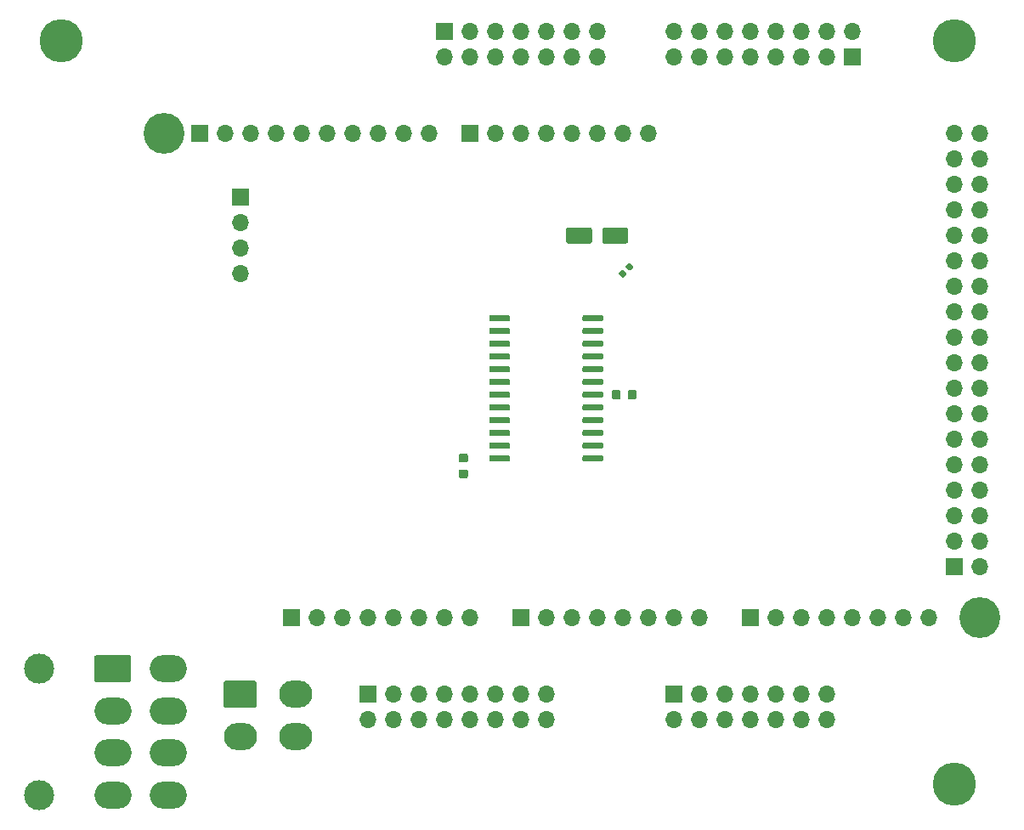
<source format=gbr>
G04 #@! TF.GenerationSoftware,KiCad,Pcbnew,(5.1.4)-1*
G04 #@! TF.CreationDate,2020-12-27T20:28:09-07:00*
G04 #@! TF.ProjectId,ufc_v4_controller,7566635f-7634-45f6-936f-6e74726f6c6c,rev?*
G04 #@! TF.SameCoordinates,Original*
G04 #@! TF.FileFunction,Soldermask,Top*
G04 #@! TF.FilePolarity,Negative*
%FSLAX46Y46*%
G04 Gerber Fmt 4.6, Leading zero omitted, Abs format (unit mm)*
G04 Created by KiCad (PCBNEW (5.1.4)-1) date 2020-12-27 20:28:09*
%MOMM*%
%LPD*%
G04 APERTURE LIST*
%ADD10C,4.300000*%
%ADD11O,3.300000X2.700000*%
%ADD12C,0.100000*%
%ADD13C,2.700000*%
%ADD14O,1.700000X1.700000*%
%ADD15R,1.700000X1.700000*%
%ADD16C,4.064000*%
%ADD17C,1.600000*%
%ADD18C,0.590000*%
%ADD19O,3.700000X2.700000*%
%ADD20C,3.000000*%
%ADD21C,0.875000*%
%ADD22C,0.600000*%
G04 APERTURE END LIST*
D10*
X108378000Y-61636000D03*
X197378000Y-61636000D03*
X197378000Y-135716000D03*
D11*
X131738000Y-130946000D03*
X131738000Y-126746000D03*
X126238000Y-130946000D03*
D12*
G36*
X127662503Y-125397204D02*
G01*
X127686772Y-125400804D01*
X127710570Y-125406765D01*
X127733670Y-125415030D01*
X127755849Y-125425520D01*
X127776892Y-125438133D01*
X127796598Y-125452748D01*
X127814776Y-125469224D01*
X127831252Y-125487402D01*
X127845867Y-125507108D01*
X127858480Y-125528151D01*
X127868970Y-125550330D01*
X127877235Y-125573430D01*
X127883196Y-125597228D01*
X127886796Y-125621497D01*
X127888000Y-125646001D01*
X127888000Y-127845999D01*
X127886796Y-127870503D01*
X127883196Y-127894772D01*
X127877235Y-127918570D01*
X127868970Y-127941670D01*
X127858480Y-127963849D01*
X127845867Y-127984892D01*
X127831252Y-128004598D01*
X127814776Y-128022776D01*
X127796598Y-128039252D01*
X127776892Y-128053867D01*
X127755849Y-128066480D01*
X127733670Y-128076970D01*
X127710570Y-128085235D01*
X127686772Y-128091196D01*
X127662503Y-128094796D01*
X127637999Y-128096000D01*
X124838001Y-128096000D01*
X124813497Y-128094796D01*
X124789228Y-128091196D01*
X124765430Y-128085235D01*
X124742330Y-128076970D01*
X124720151Y-128066480D01*
X124699108Y-128053867D01*
X124679402Y-128039252D01*
X124661224Y-128022776D01*
X124644748Y-128004598D01*
X124630133Y-127984892D01*
X124617520Y-127963849D01*
X124607030Y-127941670D01*
X124598765Y-127918570D01*
X124592804Y-127894772D01*
X124589204Y-127870503D01*
X124588000Y-127845999D01*
X124588000Y-125646001D01*
X124589204Y-125621497D01*
X124592804Y-125597228D01*
X124598765Y-125573430D01*
X124607030Y-125550330D01*
X124617520Y-125528151D01*
X124630133Y-125507108D01*
X124644748Y-125487402D01*
X124661224Y-125469224D01*
X124679402Y-125452748D01*
X124699108Y-125438133D01*
X124720151Y-125425520D01*
X124742330Y-125415030D01*
X124765430Y-125406765D01*
X124789228Y-125400804D01*
X124813497Y-125397204D01*
X124838001Y-125396000D01*
X127637999Y-125396000D01*
X127662503Y-125397204D01*
X127662503Y-125397204D01*
G37*
D13*
X126238000Y-126746000D03*
D14*
X156718000Y-129286000D03*
X156718000Y-126746000D03*
X154178000Y-129286000D03*
X154178000Y-126746000D03*
X151638000Y-129286000D03*
X151638000Y-126746000D03*
X149098000Y-129286000D03*
X149098000Y-126746000D03*
X146558000Y-129286000D03*
X146558000Y-126746000D03*
X144018000Y-129286000D03*
X144018000Y-126746000D03*
X141478000Y-129286000D03*
X141478000Y-126746000D03*
X138938000Y-129286000D03*
D15*
X138938000Y-126746000D03*
X122174000Y-70866000D03*
D14*
X124714000Y-70866000D03*
X127254000Y-70866000D03*
X129794000Y-70866000D03*
X132334000Y-70866000D03*
X134874000Y-70866000D03*
X137414000Y-70866000D03*
X139954000Y-70866000D03*
X142494000Y-70866000D03*
X145034000Y-70866000D03*
X166878000Y-70866000D03*
X164338000Y-70866000D03*
X161798000Y-70866000D03*
X159258000Y-70866000D03*
X156718000Y-70866000D03*
X154178000Y-70866000D03*
X151638000Y-70866000D03*
D15*
X149098000Y-70866000D03*
X197358000Y-114046000D03*
D14*
X199898000Y-114046000D03*
X197358000Y-111506000D03*
X199898000Y-111506000D03*
X197358000Y-108966000D03*
X199898000Y-108966000D03*
X197358000Y-106426000D03*
X199898000Y-106426000D03*
X197358000Y-103886000D03*
X199898000Y-103886000D03*
X197358000Y-101346000D03*
X199898000Y-101346000D03*
X197358000Y-98806000D03*
X199898000Y-98806000D03*
X197358000Y-96266000D03*
X199898000Y-96266000D03*
X197358000Y-93726000D03*
X199898000Y-93726000D03*
X197358000Y-91186000D03*
X199898000Y-91186000D03*
X197358000Y-88646000D03*
X199898000Y-88646000D03*
X197358000Y-86106000D03*
X199898000Y-86106000D03*
X197358000Y-83566000D03*
X199898000Y-83566000D03*
X197358000Y-81026000D03*
X199898000Y-81026000D03*
X197358000Y-78486000D03*
X199898000Y-78486000D03*
X197358000Y-75946000D03*
X199898000Y-75946000D03*
X197358000Y-73406000D03*
X199898000Y-73406000D03*
X197358000Y-70866000D03*
X199898000Y-70866000D03*
D16*
X199898000Y-119126000D03*
X118618000Y-70866000D03*
D15*
X131318000Y-119126000D03*
D14*
X133858000Y-119126000D03*
X136398000Y-119126000D03*
X138938000Y-119126000D03*
X141478000Y-119126000D03*
X144018000Y-119126000D03*
X146558000Y-119126000D03*
X149098000Y-119126000D03*
D15*
X154178000Y-119126000D03*
D14*
X156718000Y-119126000D03*
X159258000Y-119126000D03*
X161798000Y-119126000D03*
X164338000Y-119126000D03*
X166878000Y-119126000D03*
X169418000Y-119126000D03*
X171958000Y-119126000D03*
D15*
X177038000Y-119126000D03*
D14*
X179578000Y-119126000D03*
X182118000Y-119126000D03*
X184658000Y-119126000D03*
X187198000Y-119126000D03*
X189738000Y-119126000D03*
X192278000Y-119126000D03*
X194818000Y-119126000D03*
D12*
G36*
X164672504Y-80227204D02*
G01*
X164696773Y-80230804D01*
X164720571Y-80236765D01*
X164743671Y-80245030D01*
X164765849Y-80255520D01*
X164786893Y-80268133D01*
X164806598Y-80282747D01*
X164824777Y-80299223D01*
X164841253Y-80317402D01*
X164855867Y-80337107D01*
X164868480Y-80358151D01*
X164878970Y-80380329D01*
X164887235Y-80403429D01*
X164893196Y-80427227D01*
X164896796Y-80451496D01*
X164898000Y-80476000D01*
X164898000Y-81576000D01*
X164896796Y-81600504D01*
X164893196Y-81624773D01*
X164887235Y-81648571D01*
X164878970Y-81671671D01*
X164868480Y-81693849D01*
X164855867Y-81714893D01*
X164841253Y-81734598D01*
X164824777Y-81752777D01*
X164806598Y-81769253D01*
X164786893Y-81783867D01*
X164765849Y-81796480D01*
X164743671Y-81806970D01*
X164720571Y-81815235D01*
X164696773Y-81821196D01*
X164672504Y-81824796D01*
X164648000Y-81826000D01*
X162548000Y-81826000D01*
X162523496Y-81824796D01*
X162499227Y-81821196D01*
X162475429Y-81815235D01*
X162452329Y-81806970D01*
X162430151Y-81796480D01*
X162409107Y-81783867D01*
X162389402Y-81769253D01*
X162371223Y-81752777D01*
X162354747Y-81734598D01*
X162340133Y-81714893D01*
X162327520Y-81693849D01*
X162317030Y-81671671D01*
X162308765Y-81648571D01*
X162302804Y-81624773D01*
X162299204Y-81600504D01*
X162298000Y-81576000D01*
X162298000Y-80476000D01*
X162299204Y-80451496D01*
X162302804Y-80427227D01*
X162308765Y-80403429D01*
X162317030Y-80380329D01*
X162327520Y-80358151D01*
X162340133Y-80337107D01*
X162354747Y-80317402D01*
X162371223Y-80299223D01*
X162389402Y-80282747D01*
X162409107Y-80268133D01*
X162430151Y-80255520D01*
X162452329Y-80245030D01*
X162475429Y-80236765D01*
X162499227Y-80230804D01*
X162523496Y-80227204D01*
X162548000Y-80226000D01*
X164648000Y-80226000D01*
X164672504Y-80227204D01*
X164672504Y-80227204D01*
G37*
D17*
X163598000Y-81026000D03*
D12*
G36*
X161072504Y-80227204D02*
G01*
X161096773Y-80230804D01*
X161120571Y-80236765D01*
X161143671Y-80245030D01*
X161165849Y-80255520D01*
X161186893Y-80268133D01*
X161206598Y-80282747D01*
X161224777Y-80299223D01*
X161241253Y-80317402D01*
X161255867Y-80337107D01*
X161268480Y-80358151D01*
X161278970Y-80380329D01*
X161287235Y-80403429D01*
X161293196Y-80427227D01*
X161296796Y-80451496D01*
X161298000Y-80476000D01*
X161298000Y-81576000D01*
X161296796Y-81600504D01*
X161293196Y-81624773D01*
X161287235Y-81648571D01*
X161278970Y-81671671D01*
X161268480Y-81693849D01*
X161255867Y-81714893D01*
X161241253Y-81734598D01*
X161224777Y-81752777D01*
X161206598Y-81769253D01*
X161186893Y-81783867D01*
X161165849Y-81796480D01*
X161143671Y-81806970D01*
X161120571Y-81815235D01*
X161096773Y-81821196D01*
X161072504Y-81824796D01*
X161048000Y-81826000D01*
X158948000Y-81826000D01*
X158923496Y-81824796D01*
X158899227Y-81821196D01*
X158875429Y-81815235D01*
X158852329Y-81806970D01*
X158830151Y-81796480D01*
X158809107Y-81783867D01*
X158789402Y-81769253D01*
X158771223Y-81752777D01*
X158754747Y-81734598D01*
X158740133Y-81714893D01*
X158727520Y-81693849D01*
X158717030Y-81671671D01*
X158708765Y-81648571D01*
X158702804Y-81624773D01*
X158699204Y-81600504D01*
X158698000Y-81576000D01*
X158698000Y-80476000D01*
X158699204Y-80451496D01*
X158702804Y-80427227D01*
X158708765Y-80403429D01*
X158717030Y-80380329D01*
X158727520Y-80358151D01*
X158740133Y-80337107D01*
X158754747Y-80317402D01*
X158771223Y-80299223D01*
X158789402Y-80282747D01*
X158809107Y-80268133D01*
X158830151Y-80255520D01*
X158852329Y-80245030D01*
X158875429Y-80236765D01*
X158899227Y-80230804D01*
X158923496Y-80227204D01*
X158948000Y-80226000D01*
X161048000Y-80226000D01*
X161072504Y-80227204D01*
X161072504Y-80227204D01*
G37*
D17*
X159998000Y-81026000D03*
D12*
G36*
X165020727Y-83777089D02*
G01*
X165035045Y-83779213D01*
X165049086Y-83782730D01*
X165062715Y-83787607D01*
X165075800Y-83793796D01*
X165088216Y-83801237D01*
X165099842Y-83809860D01*
X165110567Y-83819581D01*
X165354519Y-84063533D01*
X165364240Y-84074258D01*
X165372863Y-84085884D01*
X165380304Y-84098300D01*
X165386493Y-84111385D01*
X165391370Y-84125014D01*
X165394887Y-84139055D01*
X165397011Y-84153373D01*
X165397721Y-84167831D01*
X165397011Y-84182289D01*
X165394887Y-84196607D01*
X165391370Y-84210648D01*
X165386493Y-84224277D01*
X165380304Y-84237362D01*
X165372863Y-84249778D01*
X165364240Y-84261404D01*
X165354519Y-84272129D01*
X165145923Y-84480725D01*
X165135198Y-84490446D01*
X165123572Y-84499069D01*
X165111156Y-84506510D01*
X165098071Y-84512699D01*
X165084442Y-84517576D01*
X165070401Y-84521093D01*
X165056083Y-84523217D01*
X165041625Y-84523927D01*
X165027167Y-84523217D01*
X165012849Y-84521093D01*
X164998808Y-84517576D01*
X164985179Y-84512699D01*
X164972094Y-84506510D01*
X164959678Y-84499069D01*
X164948052Y-84490446D01*
X164937327Y-84480725D01*
X164693375Y-84236773D01*
X164683654Y-84226048D01*
X164675031Y-84214422D01*
X164667590Y-84202006D01*
X164661401Y-84188921D01*
X164656524Y-84175292D01*
X164653007Y-84161251D01*
X164650883Y-84146933D01*
X164650173Y-84132475D01*
X164650883Y-84118017D01*
X164653007Y-84103699D01*
X164656524Y-84089658D01*
X164661401Y-84076029D01*
X164667590Y-84062944D01*
X164675031Y-84050528D01*
X164683654Y-84038902D01*
X164693375Y-84028177D01*
X164901971Y-83819581D01*
X164912696Y-83809860D01*
X164924322Y-83801237D01*
X164936738Y-83793796D01*
X164949823Y-83787607D01*
X164963452Y-83782730D01*
X164977493Y-83779213D01*
X164991811Y-83777089D01*
X165006269Y-83776379D01*
X165020727Y-83777089D01*
X165020727Y-83777089D01*
G37*
D18*
X165023947Y-84150153D03*
D12*
G36*
X164334833Y-84462983D02*
G01*
X164349151Y-84465107D01*
X164363192Y-84468624D01*
X164376821Y-84473501D01*
X164389906Y-84479690D01*
X164402322Y-84487131D01*
X164413948Y-84495754D01*
X164424673Y-84505475D01*
X164668625Y-84749427D01*
X164678346Y-84760152D01*
X164686969Y-84771778D01*
X164694410Y-84784194D01*
X164700599Y-84797279D01*
X164705476Y-84810908D01*
X164708993Y-84824949D01*
X164711117Y-84839267D01*
X164711827Y-84853725D01*
X164711117Y-84868183D01*
X164708993Y-84882501D01*
X164705476Y-84896542D01*
X164700599Y-84910171D01*
X164694410Y-84923256D01*
X164686969Y-84935672D01*
X164678346Y-84947298D01*
X164668625Y-84958023D01*
X164460029Y-85166619D01*
X164449304Y-85176340D01*
X164437678Y-85184963D01*
X164425262Y-85192404D01*
X164412177Y-85198593D01*
X164398548Y-85203470D01*
X164384507Y-85206987D01*
X164370189Y-85209111D01*
X164355731Y-85209821D01*
X164341273Y-85209111D01*
X164326955Y-85206987D01*
X164312914Y-85203470D01*
X164299285Y-85198593D01*
X164286200Y-85192404D01*
X164273784Y-85184963D01*
X164262158Y-85176340D01*
X164251433Y-85166619D01*
X164007481Y-84922667D01*
X163997760Y-84911942D01*
X163989137Y-84900316D01*
X163981696Y-84887900D01*
X163975507Y-84874815D01*
X163970630Y-84861186D01*
X163967113Y-84847145D01*
X163964989Y-84832827D01*
X163964279Y-84818369D01*
X163964989Y-84803911D01*
X163967113Y-84789593D01*
X163970630Y-84775552D01*
X163975507Y-84761923D01*
X163981696Y-84748838D01*
X163989137Y-84736422D01*
X163997760Y-84724796D01*
X164007481Y-84714071D01*
X164216077Y-84505475D01*
X164226802Y-84495754D01*
X164238428Y-84487131D01*
X164250844Y-84479690D01*
X164263929Y-84473501D01*
X164277558Y-84468624D01*
X164291599Y-84465107D01*
X164305917Y-84462983D01*
X164320375Y-84462273D01*
X164334833Y-84462983D01*
X164334833Y-84462983D01*
G37*
D18*
X164338053Y-84836047D03*
D12*
G36*
X115162503Y-122857204D02*
G01*
X115186772Y-122860804D01*
X115210570Y-122866765D01*
X115233670Y-122875030D01*
X115255849Y-122885520D01*
X115276892Y-122898133D01*
X115296598Y-122912748D01*
X115314776Y-122929224D01*
X115331252Y-122947402D01*
X115345867Y-122967108D01*
X115358480Y-122988151D01*
X115368970Y-123010330D01*
X115377235Y-123033430D01*
X115383196Y-123057228D01*
X115386796Y-123081497D01*
X115388000Y-123106001D01*
X115388000Y-125305999D01*
X115386796Y-125330503D01*
X115383196Y-125354772D01*
X115377235Y-125378570D01*
X115368970Y-125401670D01*
X115358480Y-125423849D01*
X115345867Y-125444892D01*
X115331252Y-125464598D01*
X115314776Y-125482776D01*
X115296598Y-125499252D01*
X115276892Y-125513867D01*
X115255849Y-125526480D01*
X115233670Y-125536970D01*
X115210570Y-125545235D01*
X115186772Y-125551196D01*
X115162503Y-125554796D01*
X115137999Y-125556000D01*
X111938001Y-125556000D01*
X111913497Y-125554796D01*
X111889228Y-125551196D01*
X111865430Y-125545235D01*
X111842330Y-125536970D01*
X111820151Y-125526480D01*
X111799108Y-125513867D01*
X111779402Y-125499252D01*
X111761224Y-125482776D01*
X111744748Y-125464598D01*
X111730133Y-125444892D01*
X111717520Y-125423849D01*
X111707030Y-125401670D01*
X111698765Y-125378570D01*
X111692804Y-125354772D01*
X111689204Y-125330503D01*
X111688000Y-125305999D01*
X111688000Y-123106001D01*
X111689204Y-123081497D01*
X111692804Y-123057228D01*
X111698765Y-123033430D01*
X111707030Y-123010330D01*
X111717520Y-122988151D01*
X111730133Y-122967108D01*
X111744748Y-122947402D01*
X111761224Y-122929224D01*
X111779402Y-122912748D01*
X111799108Y-122898133D01*
X111820151Y-122885520D01*
X111842330Y-122875030D01*
X111865430Y-122866765D01*
X111889228Y-122860804D01*
X111913497Y-122857204D01*
X111938001Y-122856000D01*
X115137999Y-122856000D01*
X115162503Y-122857204D01*
X115162503Y-122857204D01*
G37*
D13*
X113538000Y-124206000D03*
D19*
X113538000Y-128406000D03*
X113538000Y-132606000D03*
X113538000Y-136806000D03*
X119038000Y-124206000D03*
X119038000Y-128406000D03*
X119038000Y-132606000D03*
X119038000Y-136806000D03*
D20*
X106238000Y-124206000D03*
X106238000Y-136806000D03*
D14*
X161798000Y-63246000D03*
X161798000Y-60706000D03*
X159258000Y-63246000D03*
X159258000Y-60706000D03*
X156718000Y-63246000D03*
X156718000Y-60706000D03*
X154178000Y-63246000D03*
X154178000Y-60706000D03*
X151638000Y-63246000D03*
X151638000Y-60706000D03*
X149098000Y-63246000D03*
X149098000Y-60706000D03*
X146558000Y-63246000D03*
D15*
X146558000Y-60706000D03*
X169418000Y-126746000D03*
D14*
X169418000Y-129286000D03*
X171958000Y-126746000D03*
X171958000Y-129286000D03*
X174498000Y-126746000D03*
X174498000Y-129286000D03*
X177038000Y-126746000D03*
X177038000Y-129286000D03*
X179578000Y-126746000D03*
X179578000Y-129286000D03*
X182118000Y-126746000D03*
X182118000Y-129286000D03*
X184658000Y-126746000D03*
X184658000Y-129286000D03*
D15*
X126238000Y-77216000D03*
D14*
X126238000Y-79756000D03*
X126238000Y-82296000D03*
X126238000Y-84836000D03*
D15*
X187198000Y-63246000D03*
D14*
X187198000Y-60706000D03*
X184658000Y-63246000D03*
X184658000Y-60706000D03*
X182118000Y-63246000D03*
X182118000Y-60706000D03*
X179578000Y-63246000D03*
X179578000Y-60706000D03*
X177038000Y-63246000D03*
X177038000Y-60706000D03*
X174498000Y-63246000D03*
X174498000Y-60706000D03*
X171958000Y-63246000D03*
X171958000Y-60706000D03*
X169418000Y-63246000D03*
X169418000Y-60706000D03*
D12*
G36*
X163943691Y-96427053D02*
G01*
X163964926Y-96430203D01*
X163985750Y-96435419D01*
X164005962Y-96442651D01*
X164025368Y-96451830D01*
X164043781Y-96462866D01*
X164061024Y-96475654D01*
X164076930Y-96490070D01*
X164091346Y-96505976D01*
X164104134Y-96523219D01*
X164115170Y-96541632D01*
X164124349Y-96561038D01*
X164131581Y-96581250D01*
X164136797Y-96602074D01*
X164139947Y-96623309D01*
X164141000Y-96644750D01*
X164141000Y-97157250D01*
X164139947Y-97178691D01*
X164136797Y-97199926D01*
X164131581Y-97220750D01*
X164124349Y-97240962D01*
X164115170Y-97260368D01*
X164104134Y-97278781D01*
X164091346Y-97296024D01*
X164076930Y-97311930D01*
X164061024Y-97326346D01*
X164043781Y-97339134D01*
X164025368Y-97350170D01*
X164005962Y-97359349D01*
X163985750Y-97366581D01*
X163964926Y-97371797D01*
X163943691Y-97374947D01*
X163922250Y-97376000D01*
X163484750Y-97376000D01*
X163463309Y-97374947D01*
X163442074Y-97371797D01*
X163421250Y-97366581D01*
X163401038Y-97359349D01*
X163381632Y-97350170D01*
X163363219Y-97339134D01*
X163345976Y-97326346D01*
X163330070Y-97311930D01*
X163315654Y-97296024D01*
X163302866Y-97278781D01*
X163291830Y-97260368D01*
X163282651Y-97240962D01*
X163275419Y-97220750D01*
X163270203Y-97199926D01*
X163267053Y-97178691D01*
X163266000Y-97157250D01*
X163266000Y-96644750D01*
X163267053Y-96623309D01*
X163270203Y-96602074D01*
X163275419Y-96581250D01*
X163282651Y-96561038D01*
X163291830Y-96541632D01*
X163302866Y-96523219D01*
X163315654Y-96505976D01*
X163330070Y-96490070D01*
X163345976Y-96475654D01*
X163363219Y-96462866D01*
X163381632Y-96451830D01*
X163401038Y-96442651D01*
X163421250Y-96435419D01*
X163442074Y-96430203D01*
X163463309Y-96427053D01*
X163484750Y-96426000D01*
X163922250Y-96426000D01*
X163943691Y-96427053D01*
X163943691Y-96427053D01*
G37*
D21*
X163703500Y-96901000D03*
D12*
G36*
X165518691Y-96427053D02*
G01*
X165539926Y-96430203D01*
X165560750Y-96435419D01*
X165580962Y-96442651D01*
X165600368Y-96451830D01*
X165618781Y-96462866D01*
X165636024Y-96475654D01*
X165651930Y-96490070D01*
X165666346Y-96505976D01*
X165679134Y-96523219D01*
X165690170Y-96541632D01*
X165699349Y-96561038D01*
X165706581Y-96581250D01*
X165711797Y-96602074D01*
X165714947Y-96623309D01*
X165716000Y-96644750D01*
X165716000Y-97157250D01*
X165714947Y-97178691D01*
X165711797Y-97199926D01*
X165706581Y-97220750D01*
X165699349Y-97240962D01*
X165690170Y-97260368D01*
X165679134Y-97278781D01*
X165666346Y-97296024D01*
X165651930Y-97311930D01*
X165636024Y-97326346D01*
X165618781Y-97339134D01*
X165600368Y-97350170D01*
X165580962Y-97359349D01*
X165560750Y-97366581D01*
X165539926Y-97371797D01*
X165518691Y-97374947D01*
X165497250Y-97376000D01*
X165059750Y-97376000D01*
X165038309Y-97374947D01*
X165017074Y-97371797D01*
X164996250Y-97366581D01*
X164976038Y-97359349D01*
X164956632Y-97350170D01*
X164938219Y-97339134D01*
X164920976Y-97326346D01*
X164905070Y-97311930D01*
X164890654Y-97296024D01*
X164877866Y-97278781D01*
X164866830Y-97260368D01*
X164857651Y-97240962D01*
X164850419Y-97220750D01*
X164845203Y-97199926D01*
X164842053Y-97178691D01*
X164841000Y-97157250D01*
X164841000Y-96644750D01*
X164842053Y-96623309D01*
X164845203Y-96602074D01*
X164850419Y-96581250D01*
X164857651Y-96561038D01*
X164866830Y-96541632D01*
X164877866Y-96523219D01*
X164890654Y-96505976D01*
X164905070Y-96490070D01*
X164920976Y-96475654D01*
X164938219Y-96462866D01*
X164956632Y-96451830D01*
X164976038Y-96442651D01*
X164996250Y-96435419D01*
X165017074Y-96430203D01*
X165038309Y-96427053D01*
X165059750Y-96426000D01*
X165497250Y-96426000D01*
X165518691Y-96427053D01*
X165518691Y-96427053D01*
G37*
D21*
X165278500Y-96901000D03*
D12*
G36*
X148740691Y-102764053D02*
G01*
X148761926Y-102767203D01*
X148782750Y-102772419D01*
X148802962Y-102779651D01*
X148822368Y-102788830D01*
X148840781Y-102799866D01*
X148858024Y-102812654D01*
X148873930Y-102827070D01*
X148888346Y-102842976D01*
X148901134Y-102860219D01*
X148912170Y-102878632D01*
X148921349Y-102898038D01*
X148928581Y-102918250D01*
X148933797Y-102939074D01*
X148936947Y-102960309D01*
X148938000Y-102981750D01*
X148938000Y-103419250D01*
X148936947Y-103440691D01*
X148933797Y-103461926D01*
X148928581Y-103482750D01*
X148921349Y-103502962D01*
X148912170Y-103522368D01*
X148901134Y-103540781D01*
X148888346Y-103558024D01*
X148873930Y-103573930D01*
X148858024Y-103588346D01*
X148840781Y-103601134D01*
X148822368Y-103612170D01*
X148802962Y-103621349D01*
X148782750Y-103628581D01*
X148761926Y-103633797D01*
X148740691Y-103636947D01*
X148719250Y-103638000D01*
X148206750Y-103638000D01*
X148185309Y-103636947D01*
X148164074Y-103633797D01*
X148143250Y-103628581D01*
X148123038Y-103621349D01*
X148103632Y-103612170D01*
X148085219Y-103601134D01*
X148067976Y-103588346D01*
X148052070Y-103573930D01*
X148037654Y-103558024D01*
X148024866Y-103540781D01*
X148013830Y-103522368D01*
X148004651Y-103502962D01*
X147997419Y-103482750D01*
X147992203Y-103461926D01*
X147989053Y-103440691D01*
X147988000Y-103419250D01*
X147988000Y-102981750D01*
X147989053Y-102960309D01*
X147992203Y-102939074D01*
X147997419Y-102918250D01*
X148004651Y-102898038D01*
X148013830Y-102878632D01*
X148024866Y-102860219D01*
X148037654Y-102842976D01*
X148052070Y-102827070D01*
X148067976Y-102812654D01*
X148085219Y-102799866D01*
X148103632Y-102788830D01*
X148123038Y-102779651D01*
X148143250Y-102772419D01*
X148164074Y-102767203D01*
X148185309Y-102764053D01*
X148206750Y-102763000D01*
X148719250Y-102763000D01*
X148740691Y-102764053D01*
X148740691Y-102764053D01*
G37*
D21*
X148463000Y-103200500D03*
D12*
G36*
X148740691Y-104339053D02*
G01*
X148761926Y-104342203D01*
X148782750Y-104347419D01*
X148802962Y-104354651D01*
X148822368Y-104363830D01*
X148840781Y-104374866D01*
X148858024Y-104387654D01*
X148873930Y-104402070D01*
X148888346Y-104417976D01*
X148901134Y-104435219D01*
X148912170Y-104453632D01*
X148921349Y-104473038D01*
X148928581Y-104493250D01*
X148933797Y-104514074D01*
X148936947Y-104535309D01*
X148938000Y-104556750D01*
X148938000Y-104994250D01*
X148936947Y-105015691D01*
X148933797Y-105036926D01*
X148928581Y-105057750D01*
X148921349Y-105077962D01*
X148912170Y-105097368D01*
X148901134Y-105115781D01*
X148888346Y-105133024D01*
X148873930Y-105148930D01*
X148858024Y-105163346D01*
X148840781Y-105176134D01*
X148822368Y-105187170D01*
X148802962Y-105196349D01*
X148782750Y-105203581D01*
X148761926Y-105208797D01*
X148740691Y-105211947D01*
X148719250Y-105213000D01*
X148206750Y-105213000D01*
X148185309Y-105211947D01*
X148164074Y-105208797D01*
X148143250Y-105203581D01*
X148123038Y-105196349D01*
X148103632Y-105187170D01*
X148085219Y-105176134D01*
X148067976Y-105163346D01*
X148052070Y-105148930D01*
X148037654Y-105133024D01*
X148024866Y-105115781D01*
X148013830Y-105097368D01*
X148004651Y-105077962D01*
X147997419Y-105057750D01*
X147992203Y-105036926D01*
X147989053Y-105015691D01*
X147988000Y-104994250D01*
X147988000Y-104556750D01*
X147989053Y-104535309D01*
X147992203Y-104514074D01*
X147997419Y-104493250D01*
X148004651Y-104473038D01*
X148013830Y-104453632D01*
X148024866Y-104435219D01*
X148037654Y-104417976D01*
X148052070Y-104402070D01*
X148067976Y-104387654D01*
X148085219Y-104374866D01*
X148103632Y-104363830D01*
X148123038Y-104354651D01*
X148143250Y-104347419D01*
X148164074Y-104342203D01*
X148185309Y-104339053D01*
X148206750Y-104338000D01*
X148719250Y-104338000D01*
X148740691Y-104339053D01*
X148740691Y-104339053D01*
G37*
D21*
X148463000Y-104775500D03*
D12*
G36*
X152957703Y-88981722D02*
G01*
X152972264Y-88983882D01*
X152986543Y-88987459D01*
X153000403Y-88992418D01*
X153013710Y-88998712D01*
X153026336Y-89006280D01*
X153038159Y-89015048D01*
X153049066Y-89024934D01*
X153058952Y-89035841D01*
X153067720Y-89047664D01*
X153075288Y-89060290D01*
X153081582Y-89073597D01*
X153086541Y-89087457D01*
X153090118Y-89101736D01*
X153092278Y-89116297D01*
X153093000Y-89131000D01*
X153093000Y-89431000D01*
X153092278Y-89445703D01*
X153090118Y-89460264D01*
X153086541Y-89474543D01*
X153081582Y-89488403D01*
X153075288Y-89501710D01*
X153067720Y-89514336D01*
X153058952Y-89526159D01*
X153049066Y-89537066D01*
X153038159Y-89546952D01*
X153026336Y-89555720D01*
X153013710Y-89563288D01*
X153000403Y-89569582D01*
X152986543Y-89574541D01*
X152972264Y-89578118D01*
X152957703Y-89580278D01*
X152943000Y-89581000D01*
X151193000Y-89581000D01*
X151178297Y-89580278D01*
X151163736Y-89578118D01*
X151149457Y-89574541D01*
X151135597Y-89569582D01*
X151122290Y-89563288D01*
X151109664Y-89555720D01*
X151097841Y-89546952D01*
X151086934Y-89537066D01*
X151077048Y-89526159D01*
X151068280Y-89514336D01*
X151060712Y-89501710D01*
X151054418Y-89488403D01*
X151049459Y-89474543D01*
X151045882Y-89460264D01*
X151043722Y-89445703D01*
X151043000Y-89431000D01*
X151043000Y-89131000D01*
X151043722Y-89116297D01*
X151045882Y-89101736D01*
X151049459Y-89087457D01*
X151054418Y-89073597D01*
X151060712Y-89060290D01*
X151068280Y-89047664D01*
X151077048Y-89035841D01*
X151086934Y-89024934D01*
X151097841Y-89015048D01*
X151109664Y-89006280D01*
X151122290Y-88998712D01*
X151135597Y-88992418D01*
X151149457Y-88987459D01*
X151163736Y-88983882D01*
X151178297Y-88981722D01*
X151193000Y-88981000D01*
X152943000Y-88981000D01*
X152957703Y-88981722D01*
X152957703Y-88981722D01*
G37*
D22*
X152068000Y-89281000D03*
D12*
G36*
X152957703Y-90251722D02*
G01*
X152972264Y-90253882D01*
X152986543Y-90257459D01*
X153000403Y-90262418D01*
X153013710Y-90268712D01*
X153026336Y-90276280D01*
X153038159Y-90285048D01*
X153049066Y-90294934D01*
X153058952Y-90305841D01*
X153067720Y-90317664D01*
X153075288Y-90330290D01*
X153081582Y-90343597D01*
X153086541Y-90357457D01*
X153090118Y-90371736D01*
X153092278Y-90386297D01*
X153093000Y-90401000D01*
X153093000Y-90701000D01*
X153092278Y-90715703D01*
X153090118Y-90730264D01*
X153086541Y-90744543D01*
X153081582Y-90758403D01*
X153075288Y-90771710D01*
X153067720Y-90784336D01*
X153058952Y-90796159D01*
X153049066Y-90807066D01*
X153038159Y-90816952D01*
X153026336Y-90825720D01*
X153013710Y-90833288D01*
X153000403Y-90839582D01*
X152986543Y-90844541D01*
X152972264Y-90848118D01*
X152957703Y-90850278D01*
X152943000Y-90851000D01*
X151193000Y-90851000D01*
X151178297Y-90850278D01*
X151163736Y-90848118D01*
X151149457Y-90844541D01*
X151135597Y-90839582D01*
X151122290Y-90833288D01*
X151109664Y-90825720D01*
X151097841Y-90816952D01*
X151086934Y-90807066D01*
X151077048Y-90796159D01*
X151068280Y-90784336D01*
X151060712Y-90771710D01*
X151054418Y-90758403D01*
X151049459Y-90744543D01*
X151045882Y-90730264D01*
X151043722Y-90715703D01*
X151043000Y-90701000D01*
X151043000Y-90401000D01*
X151043722Y-90386297D01*
X151045882Y-90371736D01*
X151049459Y-90357457D01*
X151054418Y-90343597D01*
X151060712Y-90330290D01*
X151068280Y-90317664D01*
X151077048Y-90305841D01*
X151086934Y-90294934D01*
X151097841Y-90285048D01*
X151109664Y-90276280D01*
X151122290Y-90268712D01*
X151135597Y-90262418D01*
X151149457Y-90257459D01*
X151163736Y-90253882D01*
X151178297Y-90251722D01*
X151193000Y-90251000D01*
X152943000Y-90251000D01*
X152957703Y-90251722D01*
X152957703Y-90251722D01*
G37*
D22*
X152068000Y-90551000D03*
D12*
G36*
X152957703Y-91521722D02*
G01*
X152972264Y-91523882D01*
X152986543Y-91527459D01*
X153000403Y-91532418D01*
X153013710Y-91538712D01*
X153026336Y-91546280D01*
X153038159Y-91555048D01*
X153049066Y-91564934D01*
X153058952Y-91575841D01*
X153067720Y-91587664D01*
X153075288Y-91600290D01*
X153081582Y-91613597D01*
X153086541Y-91627457D01*
X153090118Y-91641736D01*
X153092278Y-91656297D01*
X153093000Y-91671000D01*
X153093000Y-91971000D01*
X153092278Y-91985703D01*
X153090118Y-92000264D01*
X153086541Y-92014543D01*
X153081582Y-92028403D01*
X153075288Y-92041710D01*
X153067720Y-92054336D01*
X153058952Y-92066159D01*
X153049066Y-92077066D01*
X153038159Y-92086952D01*
X153026336Y-92095720D01*
X153013710Y-92103288D01*
X153000403Y-92109582D01*
X152986543Y-92114541D01*
X152972264Y-92118118D01*
X152957703Y-92120278D01*
X152943000Y-92121000D01*
X151193000Y-92121000D01*
X151178297Y-92120278D01*
X151163736Y-92118118D01*
X151149457Y-92114541D01*
X151135597Y-92109582D01*
X151122290Y-92103288D01*
X151109664Y-92095720D01*
X151097841Y-92086952D01*
X151086934Y-92077066D01*
X151077048Y-92066159D01*
X151068280Y-92054336D01*
X151060712Y-92041710D01*
X151054418Y-92028403D01*
X151049459Y-92014543D01*
X151045882Y-92000264D01*
X151043722Y-91985703D01*
X151043000Y-91971000D01*
X151043000Y-91671000D01*
X151043722Y-91656297D01*
X151045882Y-91641736D01*
X151049459Y-91627457D01*
X151054418Y-91613597D01*
X151060712Y-91600290D01*
X151068280Y-91587664D01*
X151077048Y-91575841D01*
X151086934Y-91564934D01*
X151097841Y-91555048D01*
X151109664Y-91546280D01*
X151122290Y-91538712D01*
X151135597Y-91532418D01*
X151149457Y-91527459D01*
X151163736Y-91523882D01*
X151178297Y-91521722D01*
X151193000Y-91521000D01*
X152943000Y-91521000D01*
X152957703Y-91521722D01*
X152957703Y-91521722D01*
G37*
D22*
X152068000Y-91821000D03*
D12*
G36*
X152957703Y-92791722D02*
G01*
X152972264Y-92793882D01*
X152986543Y-92797459D01*
X153000403Y-92802418D01*
X153013710Y-92808712D01*
X153026336Y-92816280D01*
X153038159Y-92825048D01*
X153049066Y-92834934D01*
X153058952Y-92845841D01*
X153067720Y-92857664D01*
X153075288Y-92870290D01*
X153081582Y-92883597D01*
X153086541Y-92897457D01*
X153090118Y-92911736D01*
X153092278Y-92926297D01*
X153093000Y-92941000D01*
X153093000Y-93241000D01*
X153092278Y-93255703D01*
X153090118Y-93270264D01*
X153086541Y-93284543D01*
X153081582Y-93298403D01*
X153075288Y-93311710D01*
X153067720Y-93324336D01*
X153058952Y-93336159D01*
X153049066Y-93347066D01*
X153038159Y-93356952D01*
X153026336Y-93365720D01*
X153013710Y-93373288D01*
X153000403Y-93379582D01*
X152986543Y-93384541D01*
X152972264Y-93388118D01*
X152957703Y-93390278D01*
X152943000Y-93391000D01*
X151193000Y-93391000D01*
X151178297Y-93390278D01*
X151163736Y-93388118D01*
X151149457Y-93384541D01*
X151135597Y-93379582D01*
X151122290Y-93373288D01*
X151109664Y-93365720D01*
X151097841Y-93356952D01*
X151086934Y-93347066D01*
X151077048Y-93336159D01*
X151068280Y-93324336D01*
X151060712Y-93311710D01*
X151054418Y-93298403D01*
X151049459Y-93284543D01*
X151045882Y-93270264D01*
X151043722Y-93255703D01*
X151043000Y-93241000D01*
X151043000Y-92941000D01*
X151043722Y-92926297D01*
X151045882Y-92911736D01*
X151049459Y-92897457D01*
X151054418Y-92883597D01*
X151060712Y-92870290D01*
X151068280Y-92857664D01*
X151077048Y-92845841D01*
X151086934Y-92834934D01*
X151097841Y-92825048D01*
X151109664Y-92816280D01*
X151122290Y-92808712D01*
X151135597Y-92802418D01*
X151149457Y-92797459D01*
X151163736Y-92793882D01*
X151178297Y-92791722D01*
X151193000Y-92791000D01*
X152943000Y-92791000D01*
X152957703Y-92791722D01*
X152957703Y-92791722D01*
G37*
D22*
X152068000Y-93091000D03*
D12*
G36*
X152957703Y-94061722D02*
G01*
X152972264Y-94063882D01*
X152986543Y-94067459D01*
X153000403Y-94072418D01*
X153013710Y-94078712D01*
X153026336Y-94086280D01*
X153038159Y-94095048D01*
X153049066Y-94104934D01*
X153058952Y-94115841D01*
X153067720Y-94127664D01*
X153075288Y-94140290D01*
X153081582Y-94153597D01*
X153086541Y-94167457D01*
X153090118Y-94181736D01*
X153092278Y-94196297D01*
X153093000Y-94211000D01*
X153093000Y-94511000D01*
X153092278Y-94525703D01*
X153090118Y-94540264D01*
X153086541Y-94554543D01*
X153081582Y-94568403D01*
X153075288Y-94581710D01*
X153067720Y-94594336D01*
X153058952Y-94606159D01*
X153049066Y-94617066D01*
X153038159Y-94626952D01*
X153026336Y-94635720D01*
X153013710Y-94643288D01*
X153000403Y-94649582D01*
X152986543Y-94654541D01*
X152972264Y-94658118D01*
X152957703Y-94660278D01*
X152943000Y-94661000D01*
X151193000Y-94661000D01*
X151178297Y-94660278D01*
X151163736Y-94658118D01*
X151149457Y-94654541D01*
X151135597Y-94649582D01*
X151122290Y-94643288D01*
X151109664Y-94635720D01*
X151097841Y-94626952D01*
X151086934Y-94617066D01*
X151077048Y-94606159D01*
X151068280Y-94594336D01*
X151060712Y-94581710D01*
X151054418Y-94568403D01*
X151049459Y-94554543D01*
X151045882Y-94540264D01*
X151043722Y-94525703D01*
X151043000Y-94511000D01*
X151043000Y-94211000D01*
X151043722Y-94196297D01*
X151045882Y-94181736D01*
X151049459Y-94167457D01*
X151054418Y-94153597D01*
X151060712Y-94140290D01*
X151068280Y-94127664D01*
X151077048Y-94115841D01*
X151086934Y-94104934D01*
X151097841Y-94095048D01*
X151109664Y-94086280D01*
X151122290Y-94078712D01*
X151135597Y-94072418D01*
X151149457Y-94067459D01*
X151163736Y-94063882D01*
X151178297Y-94061722D01*
X151193000Y-94061000D01*
X152943000Y-94061000D01*
X152957703Y-94061722D01*
X152957703Y-94061722D01*
G37*
D22*
X152068000Y-94361000D03*
D12*
G36*
X152957703Y-95331722D02*
G01*
X152972264Y-95333882D01*
X152986543Y-95337459D01*
X153000403Y-95342418D01*
X153013710Y-95348712D01*
X153026336Y-95356280D01*
X153038159Y-95365048D01*
X153049066Y-95374934D01*
X153058952Y-95385841D01*
X153067720Y-95397664D01*
X153075288Y-95410290D01*
X153081582Y-95423597D01*
X153086541Y-95437457D01*
X153090118Y-95451736D01*
X153092278Y-95466297D01*
X153093000Y-95481000D01*
X153093000Y-95781000D01*
X153092278Y-95795703D01*
X153090118Y-95810264D01*
X153086541Y-95824543D01*
X153081582Y-95838403D01*
X153075288Y-95851710D01*
X153067720Y-95864336D01*
X153058952Y-95876159D01*
X153049066Y-95887066D01*
X153038159Y-95896952D01*
X153026336Y-95905720D01*
X153013710Y-95913288D01*
X153000403Y-95919582D01*
X152986543Y-95924541D01*
X152972264Y-95928118D01*
X152957703Y-95930278D01*
X152943000Y-95931000D01*
X151193000Y-95931000D01*
X151178297Y-95930278D01*
X151163736Y-95928118D01*
X151149457Y-95924541D01*
X151135597Y-95919582D01*
X151122290Y-95913288D01*
X151109664Y-95905720D01*
X151097841Y-95896952D01*
X151086934Y-95887066D01*
X151077048Y-95876159D01*
X151068280Y-95864336D01*
X151060712Y-95851710D01*
X151054418Y-95838403D01*
X151049459Y-95824543D01*
X151045882Y-95810264D01*
X151043722Y-95795703D01*
X151043000Y-95781000D01*
X151043000Y-95481000D01*
X151043722Y-95466297D01*
X151045882Y-95451736D01*
X151049459Y-95437457D01*
X151054418Y-95423597D01*
X151060712Y-95410290D01*
X151068280Y-95397664D01*
X151077048Y-95385841D01*
X151086934Y-95374934D01*
X151097841Y-95365048D01*
X151109664Y-95356280D01*
X151122290Y-95348712D01*
X151135597Y-95342418D01*
X151149457Y-95337459D01*
X151163736Y-95333882D01*
X151178297Y-95331722D01*
X151193000Y-95331000D01*
X152943000Y-95331000D01*
X152957703Y-95331722D01*
X152957703Y-95331722D01*
G37*
D22*
X152068000Y-95631000D03*
D12*
G36*
X152957703Y-96601722D02*
G01*
X152972264Y-96603882D01*
X152986543Y-96607459D01*
X153000403Y-96612418D01*
X153013710Y-96618712D01*
X153026336Y-96626280D01*
X153038159Y-96635048D01*
X153049066Y-96644934D01*
X153058952Y-96655841D01*
X153067720Y-96667664D01*
X153075288Y-96680290D01*
X153081582Y-96693597D01*
X153086541Y-96707457D01*
X153090118Y-96721736D01*
X153092278Y-96736297D01*
X153093000Y-96751000D01*
X153093000Y-97051000D01*
X153092278Y-97065703D01*
X153090118Y-97080264D01*
X153086541Y-97094543D01*
X153081582Y-97108403D01*
X153075288Y-97121710D01*
X153067720Y-97134336D01*
X153058952Y-97146159D01*
X153049066Y-97157066D01*
X153038159Y-97166952D01*
X153026336Y-97175720D01*
X153013710Y-97183288D01*
X153000403Y-97189582D01*
X152986543Y-97194541D01*
X152972264Y-97198118D01*
X152957703Y-97200278D01*
X152943000Y-97201000D01*
X151193000Y-97201000D01*
X151178297Y-97200278D01*
X151163736Y-97198118D01*
X151149457Y-97194541D01*
X151135597Y-97189582D01*
X151122290Y-97183288D01*
X151109664Y-97175720D01*
X151097841Y-97166952D01*
X151086934Y-97157066D01*
X151077048Y-97146159D01*
X151068280Y-97134336D01*
X151060712Y-97121710D01*
X151054418Y-97108403D01*
X151049459Y-97094543D01*
X151045882Y-97080264D01*
X151043722Y-97065703D01*
X151043000Y-97051000D01*
X151043000Y-96751000D01*
X151043722Y-96736297D01*
X151045882Y-96721736D01*
X151049459Y-96707457D01*
X151054418Y-96693597D01*
X151060712Y-96680290D01*
X151068280Y-96667664D01*
X151077048Y-96655841D01*
X151086934Y-96644934D01*
X151097841Y-96635048D01*
X151109664Y-96626280D01*
X151122290Y-96618712D01*
X151135597Y-96612418D01*
X151149457Y-96607459D01*
X151163736Y-96603882D01*
X151178297Y-96601722D01*
X151193000Y-96601000D01*
X152943000Y-96601000D01*
X152957703Y-96601722D01*
X152957703Y-96601722D01*
G37*
D22*
X152068000Y-96901000D03*
D12*
G36*
X152957703Y-97871722D02*
G01*
X152972264Y-97873882D01*
X152986543Y-97877459D01*
X153000403Y-97882418D01*
X153013710Y-97888712D01*
X153026336Y-97896280D01*
X153038159Y-97905048D01*
X153049066Y-97914934D01*
X153058952Y-97925841D01*
X153067720Y-97937664D01*
X153075288Y-97950290D01*
X153081582Y-97963597D01*
X153086541Y-97977457D01*
X153090118Y-97991736D01*
X153092278Y-98006297D01*
X153093000Y-98021000D01*
X153093000Y-98321000D01*
X153092278Y-98335703D01*
X153090118Y-98350264D01*
X153086541Y-98364543D01*
X153081582Y-98378403D01*
X153075288Y-98391710D01*
X153067720Y-98404336D01*
X153058952Y-98416159D01*
X153049066Y-98427066D01*
X153038159Y-98436952D01*
X153026336Y-98445720D01*
X153013710Y-98453288D01*
X153000403Y-98459582D01*
X152986543Y-98464541D01*
X152972264Y-98468118D01*
X152957703Y-98470278D01*
X152943000Y-98471000D01*
X151193000Y-98471000D01*
X151178297Y-98470278D01*
X151163736Y-98468118D01*
X151149457Y-98464541D01*
X151135597Y-98459582D01*
X151122290Y-98453288D01*
X151109664Y-98445720D01*
X151097841Y-98436952D01*
X151086934Y-98427066D01*
X151077048Y-98416159D01*
X151068280Y-98404336D01*
X151060712Y-98391710D01*
X151054418Y-98378403D01*
X151049459Y-98364543D01*
X151045882Y-98350264D01*
X151043722Y-98335703D01*
X151043000Y-98321000D01*
X151043000Y-98021000D01*
X151043722Y-98006297D01*
X151045882Y-97991736D01*
X151049459Y-97977457D01*
X151054418Y-97963597D01*
X151060712Y-97950290D01*
X151068280Y-97937664D01*
X151077048Y-97925841D01*
X151086934Y-97914934D01*
X151097841Y-97905048D01*
X151109664Y-97896280D01*
X151122290Y-97888712D01*
X151135597Y-97882418D01*
X151149457Y-97877459D01*
X151163736Y-97873882D01*
X151178297Y-97871722D01*
X151193000Y-97871000D01*
X152943000Y-97871000D01*
X152957703Y-97871722D01*
X152957703Y-97871722D01*
G37*
D22*
X152068000Y-98171000D03*
D12*
G36*
X152957703Y-99141722D02*
G01*
X152972264Y-99143882D01*
X152986543Y-99147459D01*
X153000403Y-99152418D01*
X153013710Y-99158712D01*
X153026336Y-99166280D01*
X153038159Y-99175048D01*
X153049066Y-99184934D01*
X153058952Y-99195841D01*
X153067720Y-99207664D01*
X153075288Y-99220290D01*
X153081582Y-99233597D01*
X153086541Y-99247457D01*
X153090118Y-99261736D01*
X153092278Y-99276297D01*
X153093000Y-99291000D01*
X153093000Y-99591000D01*
X153092278Y-99605703D01*
X153090118Y-99620264D01*
X153086541Y-99634543D01*
X153081582Y-99648403D01*
X153075288Y-99661710D01*
X153067720Y-99674336D01*
X153058952Y-99686159D01*
X153049066Y-99697066D01*
X153038159Y-99706952D01*
X153026336Y-99715720D01*
X153013710Y-99723288D01*
X153000403Y-99729582D01*
X152986543Y-99734541D01*
X152972264Y-99738118D01*
X152957703Y-99740278D01*
X152943000Y-99741000D01*
X151193000Y-99741000D01*
X151178297Y-99740278D01*
X151163736Y-99738118D01*
X151149457Y-99734541D01*
X151135597Y-99729582D01*
X151122290Y-99723288D01*
X151109664Y-99715720D01*
X151097841Y-99706952D01*
X151086934Y-99697066D01*
X151077048Y-99686159D01*
X151068280Y-99674336D01*
X151060712Y-99661710D01*
X151054418Y-99648403D01*
X151049459Y-99634543D01*
X151045882Y-99620264D01*
X151043722Y-99605703D01*
X151043000Y-99591000D01*
X151043000Y-99291000D01*
X151043722Y-99276297D01*
X151045882Y-99261736D01*
X151049459Y-99247457D01*
X151054418Y-99233597D01*
X151060712Y-99220290D01*
X151068280Y-99207664D01*
X151077048Y-99195841D01*
X151086934Y-99184934D01*
X151097841Y-99175048D01*
X151109664Y-99166280D01*
X151122290Y-99158712D01*
X151135597Y-99152418D01*
X151149457Y-99147459D01*
X151163736Y-99143882D01*
X151178297Y-99141722D01*
X151193000Y-99141000D01*
X152943000Y-99141000D01*
X152957703Y-99141722D01*
X152957703Y-99141722D01*
G37*
D22*
X152068000Y-99441000D03*
D12*
G36*
X152957703Y-100411722D02*
G01*
X152972264Y-100413882D01*
X152986543Y-100417459D01*
X153000403Y-100422418D01*
X153013710Y-100428712D01*
X153026336Y-100436280D01*
X153038159Y-100445048D01*
X153049066Y-100454934D01*
X153058952Y-100465841D01*
X153067720Y-100477664D01*
X153075288Y-100490290D01*
X153081582Y-100503597D01*
X153086541Y-100517457D01*
X153090118Y-100531736D01*
X153092278Y-100546297D01*
X153093000Y-100561000D01*
X153093000Y-100861000D01*
X153092278Y-100875703D01*
X153090118Y-100890264D01*
X153086541Y-100904543D01*
X153081582Y-100918403D01*
X153075288Y-100931710D01*
X153067720Y-100944336D01*
X153058952Y-100956159D01*
X153049066Y-100967066D01*
X153038159Y-100976952D01*
X153026336Y-100985720D01*
X153013710Y-100993288D01*
X153000403Y-100999582D01*
X152986543Y-101004541D01*
X152972264Y-101008118D01*
X152957703Y-101010278D01*
X152943000Y-101011000D01*
X151193000Y-101011000D01*
X151178297Y-101010278D01*
X151163736Y-101008118D01*
X151149457Y-101004541D01*
X151135597Y-100999582D01*
X151122290Y-100993288D01*
X151109664Y-100985720D01*
X151097841Y-100976952D01*
X151086934Y-100967066D01*
X151077048Y-100956159D01*
X151068280Y-100944336D01*
X151060712Y-100931710D01*
X151054418Y-100918403D01*
X151049459Y-100904543D01*
X151045882Y-100890264D01*
X151043722Y-100875703D01*
X151043000Y-100861000D01*
X151043000Y-100561000D01*
X151043722Y-100546297D01*
X151045882Y-100531736D01*
X151049459Y-100517457D01*
X151054418Y-100503597D01*
X151060712Y-100490290D01*
X151068280Y-100477664D01*
X151077048Y-100465841D01*
X151086934Y-100454934D01*
X151097841Y-100445048D01*
X151109664Y-100436280D01*
X151122290Y-100428712D01*
X151135597Y-100422418D01*
X151149457Y-100417459D01*
X151163736Y-100413882D01*
X151178297Y-100411722D01*
X151193000Y-100411000D01*
X152943000Y-100411000D01*
X152957703Y-100411722D01*
X152957703Y-100411722D01*
G37*
D22*
X152068000Y-100711000D03*
D12*
G36*
X152957703Y-101681722D02*
G01*
X152972264Y-101683882D01*
X152986543Y-101687459D01*
X153000403Y-101692418D01*
X153013710Y-101698712D01*
X153026336Y-101706280D01*
X153038159Y-101715048D01*
X153049066Y-101724934D01*
X153058952Y-101735841D01*
X153067720Y-101747664D01*
X153075288Y-101760290D01*
X153081582Y-101773597D01*
X153086541Y-101787457D01*
X153090118Y-101801736D01*
X153092278Y-101816297D01*
X153093000Y-101831000D01*
X153093000Y-102131000D01*
X153092278Y-102145703D01*
X153090118Y-102160264D01*
X153086541Y-102174543D01*
X153081582Y-102188403D01*
X153075288Y-102201710D01*
X153067720Y-102214336D01*
X153058952Y-102226159D01*
X153049066Y-102237066D01*
X153038159Y-102246952D01*
X153026336Y-102255720D01*
X153013710Y-102263288D01*
X153000403Y-102269582D01*
X152986543Y-102274541D01*
X152972264Y-102278118D01*
X152957703Y-102280278D01*
X152943000Y-102281000D01*
X151193000Y-102281000D01*
X151178297Y-102280278D01*
X151163736Y-102278118D01*
X151149457Y-102274541D01*
X151135597Y-102269582D01*
X151122290Y-102263288D01*
X151109664Y-102255720D01*
X151097841Y-102246952D01*
X151086934Y-102237066D01*
X151077048Y-102226159D01*
X151068280Y-102214336D01*
X151060712Y-102201710D01*
X151054418Y-102188403D01*
X151049459Y-102174543D01*
X151045882Y-102160264D01*
X151043722Y-102145703D01*
X151043000Y-102131000D01*
X151043000Y-101831000D01*
X151043722Y-101816297D01*
X151045882Y-101801736D01*
X151049459Y-101787457D01*
X151054418Y-101773597D01*
X151060712Y-101760290D01*
X151068280Y-101747664D01*
X151077048Y-101735841D01*
X151086934Y-101724934D01*
X151097841Y-101715048D01*
X151109664Y-101706280D01*
X151122290Y-101698712D01*
X151135597Y-101692418D01*
X151149457Y-101687459D01*
X151163736Y-101683882D01*
X151178297Y-101681722D01*
X151193000Y-101681000D01*
X152943000Y-101681000D01*
X152957703Y-101681722D01*
X152957703Y-101681722D01*
G37*
D22*
X152068000Y-101981000D03*
D12*
G36*
X152957703Y-102951722D02*
G01*
X152972264Y-102953882D01*
X152986543Y-102957459D01*
X153000403Y-102962418D01*
X153013710Y-102968712D01*
X153026336Y-102976280D01*
X153038159Y-102985048D01*
X153049066Y-102994934D01*
X153058952Y-103005841D01*
X153067720Y-103017664D01*
X153075288Y-103030290D01*
X153081582Y-103043597D01*
X153086541Y-103057457D01*
X153090118Y-103071736D01*
X153092278Y-103086297D01*
X153093000Y-103101000D01*
X153093000Y-103401000D01*
X153092278Y-103415703D01*
X153090118Y-103430264D01*
X153086541Y-103444543D01*
X153081582Y-103458403D01*
X153075288Y-103471710D01*
X153067720Y-103484336D01*
X153058952Y-103496159D01*
X153049066Y-103507066D01*
X153038159Y-103516952D01*
X153026336Y-103525720D01*
X153013710Y-103533288D01*
X153000403Y-103539582D01*
X152986543Y-103544541D01*
X152972264Y-103548118D01*
X152957703Y-103550278D01*
X152943000Y-103551000D01*
X151193000Y-103551000D01*
X151178297Y-103550278D01*
X151163736Y-103548118D01*
X151149457Y-103544541D01*
X151135597Y-103539582D01*
X151122290Y-103533288D01*
X151109664Y-103525720D01*
X151097841Y-103516952D01*
X151086934Y-103507066D01*
X151077048Y-103496159D01*
X151068280Y-103484336D01*
X151060712Y-103471710D01*
X151054418Y-103458403D01*
X151049459Y-103444543D01*
X151045882Y-103430264D01*
X151043722Y-103415703D01*
X151043000Y-103401000D01*
X151043000Y-103101000D01*
X151043722Y-103086297D01*
X151045882Y-103071736D01*
X151049459Y-103057457D01*
X151054418Y-103043597D01*
X151060712Y-103030290D01*
X151068280Y-103017664D01*
X151077048Y-103005841D01*
X151086934Y-102994934D01*
X151097841Y-102985048D01*
X151109664Y-102976280D01*
X151122290Y-102968712D01*
X151135597Y-102962418D01*
X151149457Y-102957459D01*
X151163736Y-102953882D01*
X151178297Y-102951722D01*
X151193000Y-102951000D01*
X152943000Y-102951000D01*
X152957703Y-102951722D01*
X152957703Y-102951722D01*
G37*
D22*
X152068000Y-103251000D03*
D12*
G36*
X162257703Y-102951722D02*
G01*
X162272264Y-102953882D01*
X162286543Y-102957459D01*
X162300403Y-102962418D01*
X162313710Y-102968712D01*
X162326336Y-102976280D01*
X162338159Y-102985048D01*
X162349066Y-102994934D01*
X162358952Y-103005841D01*
X162367720Y-103017664D01*
X162375288Y-103030290D01*
X162381582Y-103043597D01*
X162386541Y-103057457D01*
X162390118Y-103071736D01*
X162392278Y-103086297D01*
X162393000Y-103101000D01*
X162393000Y-103401000D01*
X162392278Y-103415703D01*
X162390118Y-103430264D01*
X162386541Y-103444543D01*
X162381582Y-103458403D01*
X162375288Y-103471710D01*
X162367720Y-103484336D01*
X162358952Y-103496159D01*
X162349066Y-103507066D01*
X162338159Y-103516952D01*
X162326336Y-103525720D01*
X162313710Y-103533288D01*
X162300403Y-103539582D01*
X162286543Y-103544541D01*
X162272264Y-103548118D01*
X162257703Y-103550278D01*
X162243000Y-103551000D01*
X160493000Y-103551000D01*
X160478297Y-103550278D01*
X160463736Y-103548118D01*
X160449457Y-103544541D01*
X160435597Y-103539582D01*
X160422290Y-103533288D01*
X160409664Y-103525720D01*
X160397841Y-103516952D01*
X160386934Y-103507066D01*
X160377048Y-103496159D01*
X160368280Y-103484336D01*
X160360712Y-103471710D01*
X160354418Y-103458403D01*
X160349459Y-103444543D01*
X160345882Y-103430264D01*
X160343722Y-103415703D01*
X160343000Y-103401000D01*
X160343000Y-103101000D01*
X160343722Y-103086297D01*
X160345882Y-103071736D01*
X160349459Y-103057457D01*
X160354418Y-103043597D01*
X160360712Y-103030290D01*
X160368280Y-103017664D01*
X160377048Y-103005841D01*
X160386934Y-102994934D01*
X160397841Y-102985048D01*
X160409664Y-102976280D01*
X160422290Y-102968712D01*
X160435597Y-102962418D01*
X160449457Y-102957459D01*
X160463736Y-102953882D01*
X160478297Y-102951722D01*
X160493000Y-102951000D01*
X162243000Y-102951000D01*
X162257703Y-102951722D01*
X162257703Y-102951722D01*
G37*
D22*
X161368000Y-103251000D03*
D12*
G36*
X162257703Y-101681722D02*
G01*
X162272264Y-101683882D01*
X162286543Y-101687459D01*
X162300403Y-101692418D01*
X162313710Y-101698712D01*
X162326336Y-101706280D01*
X162338159Y-101715048D01*
X162349066Y-101724934D01*
X162358952Y-101735841D01*
X162367720Y-101747664D01*
X162375288Y-101760290D01*
X162381582Y-101773597D01*
X162386541Y-101787457D01*
X162390118Y-101801736D01*
X162392278Y-101816297D01*
X162393000Y-101831000D01*
X162393000Y-102131000D01*
X162392278Y-102145703D01*
X162390118Y-102160264D01*
X162386541Y-102174543D01*
X162381582Y-102188403D01*
X162375288Y-102201710D01*
X162367720Y-102214336D01*
X162358952Y-102226159D01*
X162349066Y-102237066D01*
X162338159Y-102246952D01*
X162326336Y-102255720D01*
X162313710Y-102263288D01*
X162300403Y-102269582D01*
X162286543Y-102274541D01*
X162272264Y-102278118D01*
X162257703Y-102280278D01*
X162243000Y-102281000D01*
X160493000Y-102281000D01*
X160478297Y-102280278D01*
X160463736Y-102278118D01*
X160449457Y-102274541D01*
X160435597Y-102269582D01*
X160422290Y-102263288D01*
X160409664Y-102255720D01*
X160397841Y-102246952D01*
X160386934Y-102237066D01*
X160377048Y-102226159D01*
X160368280Y-102214336D01*
X160360712Y-102201710D01*
X160354418Y-102188403D01*
X160349459Y-102174543D01*
X160345882Y-102160264D01*
X160343722Y-102145703D01*
X160343000Y-102131000D01*
X160343000Y-101831000D01*
X160343722Y-101816297D01*
X160345882Y-101801736D01*
X160349459Y-101787457D01*
X160354418Y-101773597D01*
X160360712Y-101760290D01*
X160368280Y-101747664D01*
X160377048Y-101735841D01*
X160386934Y-101724934D01*
X160397841Y-101715048D01*
X160409664Y-101706280D01*
X160422290Y-101698712D01*
X160435597Y-101692418D01*
X160449457Y-101687459D01*
X160463736Y-101683882D01*
X160478297Y-101681722D01*
X160493000Y-101681000D01*
X162243000Y-101681000D01*
X162257703Y-101681722D01*
X162257703Y-101681722D01*
G37*
D22*
X161368000Y-101981000D03*
D12*
G36*
X162257703Y-100411722D02*
G01*
X162272264Y-100413882D01*
X162286543Y-100417459D01*
X162300403Y-100422418D01*
X162313710Y-100428712D01*
X162326336Y-100436280D01*
X162338159Y-100445048D01*
X162349066Y-100454934D01*
X162358952Y-100465841D01*
X162367720Y-100477664D01*
X162375288Y-100490290D01*
X162381582Y-100503597D01*
X162386541Y-100517457D01*
X162390118Y-100531736D01*
X162392278Y-100546297D01*
X162393000Y-100561000D01*
X162393000Y-100861000D01*
X162392278Y-100875703D01*
X162390118Y-100890264D01*
X162386541Y-100904543D01*
X162381582Y-100918403D01*
X162375288Y-100931710D01*
X162367720Y-100944336D01*
X162358952Y-100956159D01*
X162349066Y-100967066D01*
X162338159Y-100976952D01*
X162326336Y-100985720D01*
X162313710Y-100993288D01*
X162300403Y-100999582D01*
X162286543Y-101004541D01*
X162272264Y-101008118D01*
X162257703Y-101010278D01*
X162243000Y-101011000D01*
X160493000Y-101011000D01*
X160478297Y-101010278D01*
X160463736Y-101008118D01*
X160449457Y-101004541D01*
X160435597Y-100999582D01*
X160422290Y-100993288D01*
X160409664Y-100985720D01*
X160397841Y-100976952D01*
X160386934Y-100967066D01*
X160377048Y-100956159D01*
X160368280Y-100944336D01*
X160360712Y-100931710D01*
X160354418Y-100918403D01*
X160349459Y-100904543D01*
X160345882Y-100890264D01*
X160343722Y-100875703D01*
X160343000Y-100861000D01*
X160343000Y-100561000D01*
X160343722Y-100546297D01*
X160345882Y-100531736D01*
X160349459Y-100517457D01*
X160354418Y-100503597D01*
X160360712Y-100490290D01*
X160368280Y-100477664D01*
X160377048Y-100465841D01*
X160386934Y-100454934D01*
X160397841Y-100445048D01*
X160409664Y-100436280D01*
X160422290Y-100428712D01*
X160435597Y-100422418D01*
X160449457Y-100417459D01*
X160463736Y-100413882D01*
X160478297Y-100411722D01*
X160493000Y-100411000D01*
X162243000Y-100411000D01*
X162257703Y-100411722D01*
X162257703Y-100411722D01*
G37*
D22*
X161368000Y-100711000D03*
D12*
G36*
X162257703Y-99141722D02*
G01*
X162272264Y-99143882D01*
X162286543Y-99147459D01*
X162300403Y-99152418D01*
X162313710Y-99158712D01*
X162326336Y-99166280D01*
X162338159Y-99175048D01*
X162349066Y-99184934D01*
X162358952Y-99195841D01*
X162367720Y-99207664D01*
X162375288Y-99220290D01*
X162381582Y-99233597D01*
X162386541Y-99247457D01*
X162390118Y-99261736D01*
X162392278Y-99276297D01*
X162393000Y-99291000D01*
X162393000Y-99591000D01*
X162392278Y-99605703D01*
X162390118Y-99620264D01*
X162386541Y-99634543D01*
X162381582Y-99648403D01*
X162375288Y-99661710D01*
X162367720Y-99674336D01*
X162358952Y-99686159D01*
X162349066Y-99697066D01*
X162338159Y-99706952D01*
X162326336Y-99715720D01*
X162313710Y-99723288D01*
X162300403Y-99729582D01*
X162286543Y-99734541D01*
X162272264Y-99738118D01*
X162257703Y-99740278D01*
X162243000Y-99741000D01*
X160493000Y-99741000D01*
X160478297Y-99740278D01*
X160463736Y-99738118D01*
X160449457Y-99734541D01*
X160435597Y-99729582D01*
X160422290Y-99723288D01*
X160409664Y-99715720D01*
X160397841Y-99706952D01*
X160386934Y-99697066D01*
X160377048Y-99686159D01*
X160368280Y-99674336D01*
X160360712Y-99661710D01*
X160354418Y-99648403D01*
X160349459Y-99634543D01*
X160345882Y-99620264D01*
X160343722Y-99605703D01*
X160343000Y-99591000D01*
X160343000Y-99291000D01*
X160343722Y-99276297D01*
X160345882Y-99261736D01*
X160349459Y-99247457D01*
X160354418Y-99233597D01*
X160360712Y-99220290D01*
X160368280Y-99207664D01*
X160377048Y-99195841D01*
X160386934Y-99184934D01*
X160397841Y-99175048D01*
X160409664Y-99166280D01*
X160422290Y-99158712D01*
X160435597Y-99152418D01*
X160449457Y-99147459D01*
X160463736Y-99143882D01*
X160478297Y-99141722D01*
X160493000Y-99141000D01*
X162243000Y-99141000D01*
X162257703Y-99141722D01*
X162257703Y-99141722D01*
G37*
D22*
X161368000Y-99441000D03*
D12*
G36*
X162257703Y-97871722D02*
G01*
X162272264Y-97873882D01*
X162286543Y-97877459D01*
X162300403Y-97882418D01*
X162313710Y-97888712D01*
X162326336Y-97896280D01*
X162338159Y-97905048D01*
X162349066Y-97914934D01*
X162358952Y-97925841D01*
X162367720Y-97937664D01*
X162375288Y-97950290D01*
X162381582Y-97963597D01*
X162386541Y-97977457D01*
X162390118Y-97991736D01*
X162392278Y-98006297D01*
X162393000Y-98021000D01*
X162393000Y-98321000D01*
X162392278Y-98335703D01*
X162390118Y-98350264D01*
X162386541Y-98364543D01*
X162381582Y-98378403D01*
X162375288Y-98391710D01*
X162367720Y-98404336D01*
X162358952Y-98416159D01*
X162349066Y-98427066D01*
X162338159Y-98436952D01*
X162326336Y-98445720D01*
X162313710Y-98453288D01*
X162300403Y-98459582D01*
X162286543Y-98464541D01*
X162272264Y-98468118D01*
X162257703Y-98470278D01*
X162243000Y-98471000D01*
X160493000Y-98471000D01*
X160478297Y-98470278D01*
X160463736Y-98468118D01*
X160449457Y-98464541D01*
X160435597Y-98459582D01*
X160422290Y-98453288D01*
X160409664Y-98445720D01*
X160397841Y-98436952D01*
X160386934Y-98427066D01*
X160377048Y-98416159D01*
X160368280Y-98404336D01*
X160360712Y-98391710D01*
X160354418Y-98378403D01*
X160349459Y-98364543D01*
X160345882Y-98350264D01*
X160343722Y-98335703D01*
X160343000Y-98321000D01*
X160343000Y-98021000D01*
X160343722Y-98006297D01*
X160345882Y-97991736D01*
X160349459Y-97977457D01*
X160354418Y-97963597D01*
X160360712Y-97950290D01*
X160368280Y-97937664D01*
X160377048Y-97925841D01*
X160386934Y-97914934D01*
X160397841Y-97905048D01*
X160409664Y-97896280D01*
X160422290Y-97888712D01*
X160435597Y-97882418D01*
X160449457Y-97877459D01*
X160463736Y-97873882D01*
X160478297Y-97871722D01*
X160493000Y-97871000D01*
X162243000Y-97871000D01*
X162257703Y-97871722D01*
X162257703Y-97871722D01*
G37*
D22*
X161368000Y-98171000D03*
D12*
G36*
X162257703Y-96601722D02*
G01*
X162272264Y-96603882D01*
X162286543Y-96607459D01*
X162300403Y-96612418D01*
X162313710Y-96618712D01*
X162326336Y-96626280D01*
X162338159Y-96635048D01*
X162349066Y-96644934D01*
X162358952Y-96655841D01*
X162367720Y-96667664D01*
X162375288Y-96680290D01*
X162381582Y-96693597D01*
X162386541Y-96707457D01*
X162390118Y-96721736D01*
X162392278Y-96736297D01*
X162393000Y-96751000D01*
X162393000Y-97051000D01*
X162392278Y-97065703D01*
X162390118Y-97080264D01*
X162386541Y-97094543D01*
X162381582Y-97108403D01*
X162375288Y-97121710D01*
X162367720Y-97134336D01*
X162358952Y-97146159D01*
X162349066Y-97157066D01*
X162338159Y-97166952D01*
X162326336Y-97175720D01*
X162313710Y-97183288D01*
X162300403Y-97189582D01*
X162286543Y-97194541D01*
X162272264Y-97198118D01*
X162257703Y-97200278D01*
X162243000Y-97201000D01*
X160493000Y-97201000D01*
X160478297Y-97200278D01*
X160463736Y-97198118D01*
X160449457Y-97194541D01*
X160435597Y-97189582D01*
X160422290Y-97183288D01*
X160409664Y-97175720D01*
X160397841Y-97166952D01*
X160386934Y-97157066D01*
X160377048Y-97146159D01*
X160368280Y-97134336D01*
X160360712Y-97121710D01*
X160354418Y-97108403D01*
X160349459Y-97094543D01*
X160345882Y-97080264D01*
X160343722Y-97065703D01*
X160343000Y-97051000D01*
X160343000Y-96751000D01*
X160343722Y-96736297D01*
X160345882Y-96721736D01*
X160349459Y-96707457D01*
X160354418Y-96693597D01*
X160360712Y-96680290D01*
X160368280Y-96667664D01*
X160377048Y-96655841D01*
X160386934Y-96644934D01*
X160397841Y-96635048D01*
X160409664Y-96626280D01*
X160422290Y-96618712D01*
X160435597Y-96612418D01*
X160449457Y-96607459D01*
X160463736Y-96603882D01*
X160478297Y-96601722D01*
X160493000Y-96601000D01*
X162243000Y-96601000D01*
X162257703Y-96601722D01*
X162257703Y-96601722D01*
G37*
D22*
X161368000Y-96901000D03*
D12*
G36*
X162257703Y-95331722D02*
G01*
X162272264Y-95333882D01*
X162286543Y-95337459D01*
X162300403Y-95342418D01*
X162313710Y-95348712D01*
X162326336Y-95356280D01*
X162338159Y-95365048D01*
X162349066Y-95374934D01*
X162358952Y-95385841D01*
X162367720Y-95397664D01*
X162375288Y-95410290D01*
X162381582Y-95423597D01*
X162386541Y-95437457D01*
X162390118Y-95451736D01*
X162392278Y-95466297D01*
X162393000Y-95481000D01*
X162393000Y-95781000D01*
X162392278Y-95795703D01*
X162390118Y-95810264D01*
X162386541Y-95824543D01*
X162381582Y-95838403D01*
X162375288Y-95851710D01*
X162367720Y-95864336D01*
X162358952Y-95876159D01*
X162349066Y-95887066D01*
X162338159Y-95896952D01*
X162326336Y-95905720D01*
X162313710Y-95913288D01*
X162300403Y-95919582D01*
X162286543Y-95924541D01*
X162272264Y-95928118D01*
X162257703Y-95930278D01*
X162243000Y-95931000D01*
X160493000Y-95931000D01*
X160478297Y-95930278D01*
X160463736Y-95928118D01*
X160449457Y-95924541D01*
X160435597Y-95919582D01*
X160422290Y-95913288D01*
X160409664Y-95905720D01*
X160397841Y-95896952D01*
X160386934Y-95887066D01*
X160377048Y-95876159D01*
X160368280Y-95864336D01*
X160360712Y-95851710D01*
X160354418Y-95838403D01*
X160349459Y-95824543D01*
X160345882Y-95810264D01*
X160343722Y-95795703D01*
X160343000Y-95781000D01*
X160343000Y-95481000D01*
X160343722Y-95466297D01*
X160345882Y-95451736D01*
X160349459Y-95437457D01*
X160354418Y-95423597D01*
X160360712Y-95410290D01*
X160368280Y-95397664D01*
X160377048Y-95385841D01*
X160386934Y-95374934D01*
X160397841Y-95365048D01*
X160409664Y-95356280D01*
X160422290Y-95348712D01*
X160435597Y-95342418D01*
X160449457Y-95337459D01*
X160463736Y-95333882D01*
X160478297Y-95331722D01*
X160493000Y-95331000D01*
X162243000Y-95331000D01*
X162257703Y-95331722D01*
X162257703Y-95331722D01*
G37*
D22*
X161368000Y-95631000D03*
D12*
G36*
X162257703Y-94061722D02*
G01*
X162272264Y-94063882D01*
X162286543Y-94067459D01*
X162300403Y-94072418D01*
X162313710Y-94078712D01*
X162326336Y-94086280D01*
X162338159Y-94095048D01*
X162349066Y-94104934D01*
X162358952Y-94115841D01*
X162367720Y-94127664D01*
X162375288Y-94140290D01*
X162381582Y-94153597D01*
X162386541Y-94167457D01*
X162390118Y-94181736D01*
X162392278Y-94196297D01*
X162393000Y-94211000D01*
X162393000Y-94511000D01*
X162392278Y-94525703D01*
X162390118Y-94540264D01*
X162386541Y-94554543D01*
X162381582Y-94568403D01*
X162375288Y-94581710D01*
X162367720Y-94594336D01*
X162358952Y-94606159D01*
X162349066Y-94617066D01*
X162338159Y-94626952D01*
X162326336Y-94635720D01*
X162313710Y-94643288D01*
X162300403Y-94649582D01*
X162286543Y-94654541D01*
X162272264Y-94658118D01*
X162257703Y-94660278D01*
X162243000Y-94661000D01*
X160493000Y-94661000D01*
X160478297Y-94660278D01*
X160463736Y-94658118D01*
X160449457Y-94654541D01*
X160435597Y-94649582D01*
X160422290Y-94643288D01*
X160409664Y-94635720D01*
X160397841Y-94626952D01*
X160386934Y-94617066D01*
X160377048Y-94606159D01*
X160368280Y-94594336D01*
X160360712Y-94581710D01*
X160354418Y-94568403D01*
X160349459Y-94554543D01*
X160345882Y-94540264D01*
X160343722Y-94525703D01*
X160343000Y-94511000D01*
X160343000Y-94211000D01*
X160343722Y-94196297D01*
X160345882Y-94181736D01*
X160349459Y-94167457D01*
X160354418Y-94153597D01*
X160360712Y-94140290D01*
X160368280Y-94127664D01*
X160377048Y-94115841D01*
X160386934Y-94104934D01*
X160397841Y-94095048D01*
X160409664Y-94086280D01*
X160422290Y-94078712D01*
X160435597Y-94072418D01*
X160449457Y-94067459D01*
X160463736Y-94063882D01*
X160478297Y-94061722D01*
X160493000Y-94061000D01*
X162243000Y-94061000D01*
X162257703Y-94061722D01*
X162257703Y-94061722D01*
G37*
D22*
X161368000Y-94361000D03*
D12*
G36*
X162257703Y-92791722D02*
G01*
X162272264Y-92793882D01*
X162286543Y-92797459D01*
X162300403Y-92802418D01*
X162313710Y-92808712D01*
X162326336Y-92816280D01*
X162338159Y-92825048D01*
X162349066Y-92834934D01*
X162358952Y-92845841D01*
X162367720Y-92857664D01*
X162375288Y-92870290D01*
X162381582Y-92883597D01*
X162386541Y-92897457D01*
X162390118Y-92911736D01*
X162392278Y-92926297D01*
X162393000Y-92941000D01*
X162393000Y-93241000D01*
X162392278Y-93255703D01*
X162390118Y-93270264D01*
X162386541Y-93284543D01*
X162381582Y-93298403D01*
X162375288Y-93311710D01*
X162367720Y-93324336D01*
X162358952Y-93336159D01*
X162349066Y-93347066D01*
X162338159Y-93356952D01*
X162326336Y-93365720D01*
X162313710Y-93373288D01*
X162300403Y-93379582D01*
X162286543Y-93384541D01*
X162272264Y-93388118D01*
X162257703Y-93390278D01*
X162243000Y-93391000D01*
X160493000Y-93391000D01*
X160478297Y-93390278D01*
X160463736Y-93388118D01*
X160449457Y-93384541D01*
X160435597Y-93379582D01*
X160422290Y-93373288D01*
X160409664Y-93365720D01*
X160397841Y-93356952D01*
X160386934Y-93347066D01*
X160377048Y-93336159D01*
X160368280Y-93324336D01*
X160360712Y-93311710D01*
X160354418Y-93298403D01*
X160349459Y-93284543D01*
X160345882Y-93270264D01*
X160343722Y-93255703D01*
X160343000Y-93241000D01*
X160343000Y-92941000D01*
X160343722Y-92926297D01*
X160345882Y-92911736D01*
X160349459Y-92897457D01*
X160354418Y-92883597D01*
X160360712Y-92870290D01*
X160368280Y-92857664D01*
X160377048Y-92845841D01*
X160386934Y-92834934D01*
X160397841Y-92825048D01*
X160409664Y-92816280D01*
X160422290Y-92808712D01*
X160435597Y-92802418D01*
X160449457Y-92797459D01*
X160463736Y-92793882D01*
X160478297Y-92791722D01*
X160493000Y-92791000D01*
X162243000Y-92791000D01*
X162257703Y-92791722D01*
X162257703Y-92791722D01*
G37*
D22*
X161368000Y-93091000D03*
D12*
G36*
X162257703Y-91521722D02*
G01*
X162272264Y-91523882D01*
X162286543Y-91527459D01*
X162300403Y-91532418D01*
X162313710Y-91538712D01*
X162326336Y-91546280D01*
X162338159Y-91555048D01*
X162349066Y-91564934D01*
X162358952Y-91575841D01*
X162367720Y-91587664D01*
X162375288Y-91600290D01*
X162381582Y-91613597D01*
X162386541Y-91627457D01*
X162390118Y-91641736D01*
X162392278Y-91656297D01*
X162393000Y-91671000D01*
X162393000Y-91971000D01*
X162392278Y-91985703D01*
X162390118Y-92000264D01*
X162386541Y-92014543D01*
X162381582Y-92028403D01*
X162375288Y-92041710D01*
X162367720Y-92054336D01*
X162358952Y-92066159D01*
X162349066Y-92077066D01*
X162338159Y-92086952D01*
X162326336Y-92095720D01*
X162313710Y-92103288D01*
X162300403Y-92109582D01*
X162286543Y-92114541D01*
X162272264Y-92118118D01*
X162257703Y-92120278D01*
X162243000Y-92121000D01*
X160493000Y-92121000D01*
X160478297Y-92120278D01*
X160463736Y-92118118D01*
X160449457Y-92114541D01*
X160435597Y-92109582D01*
X160422290Y-92103288D01*
X160409664Y-92095720D01*
X160397841Y-92086952D01*
X160386934Y-92077066D01*
X160377048Y-92066159D01*
X160368280Y-92054336D01*
X160360712Y-92041710D01*
X160354418Y-92028403D01*
X160349459Y-92014543D01*
X160345882Y-92000264D01*
X160343722Y-91985703D01*
X160343000Y-91971000D01*
X160343000Y-91671000D01*
X160343722Y-91656297D01*
X160345882Y-91641736D01*
X160349459Y-91627457D01*
X160354418Y-91613597D01*
X160360712Y-91600290D01*
X160368280Y-91587664D01*
X160377048Y-91575841D01*
X160386934Y-91564934D01*
X160397841Y-91555048D01*
X160409664Y-91546280D01*
X160422290Y-91538712D01*
X160435597Y-91532418D01*
X160449457Y-91527459D01*
X160463736Y-91523882D01*
X160478297Y-91521722D01*
X160493000Y-91521000D01*
X162243000Y-91521000D01*
X162257703Y-91521722D01*
X162257703Y-91521722D01*
G37*
D22*
X161368000Y-91821000D03*
D12*
G36*
X162257703Y-90251722D02*
G01*
X162272264Y-90253882D01*
X162286543Y-90257459D01*
X162300403Y-90262418D01*
X162313710Y-90268712D01*
X162326336Y-90276280D01*
X162338159Y-90285048D01*
X162349066Y-90294934D01*
X162358952Y-90305841D01*
X162367720Y-90317664D01*
X162375288Y-90330290D01*
X162381582Y-90343597D01*
X162386541Y-90357457D01*
X162390118Y-90371736D01*
X162392278Y-90386297D01*
X162393000Y-90401000D01*
X162393000Y-90701000D01*
X162392278Y-90715703D01*
X162390118Y-90730264D01*
X162386541Y-90744543D01*
X162381582Y-90758403D01*
X162375288Y-90771710D01*
X162367720Y-90784336D01*
X162358952Y-90796159D01*
X162349066Y-90807066D01*
X162338159Y-90816952D01*
X162326336Y-90825720D01*
X162313710Y-90833288D01*
X162300403Y-90839582D01*
X162286543Y-90844541D01*
X162272264Y-90848118D01*
X162257703Y-90850278D01*
X162243000Y-90851000D01*
X160493000Y-90851000D01*
X160478297Y-90850278D01*
X160463736Y-90848118D01*
X160449457Y-90844541D01*
X160435597Y-90839582D01*
X160422290Y-90833288D01*
X160409664Y-90825720D01*
X160397841Y-90816952D01*
X160386934Y-90807066D01*
X160377048Y-90796159D01*
X160368280Y-90784336D01*
X160360712Y-90771710D01*
X160354418Y-90758403D01*
X160349459Y-90744543D01*
X160345882Y-90730264D01*
X160343722Y-90715703D01*
X160343000Y-90701000D01*
X160343000Y-90401000D01*
X160343722Y-90386297D01*
X160345882Y-90371736D01*
X160349459Y-90357457D01*
X160354418Y-90343597D01*
X160360712Y-90330290D01*
X160368280Y-90317664D01*
X160377048Y-90305841D01*
X160386934Y-90294934D01*
X160397841Y-90285048D01*
X160409664Y-90276280D01*
X160422290Y-90268712D01*
X160435597Y-90262418D01*
X160449457Y-90257459D01*
X160463736Y-90253882D01*
X160478297Y-90251722D01*
X160493000Y-90251000D01*
X162243000Y-90251000D01*
X162257703Y-90251722D01*
X162257703Y-90251722D01*
G37*
D22*
X161368000Y-90551000D03*
D12*
G36*
X162257703Y-88981722D02*
G01*
X162272264Y-88983882D01*
X162286543Y-88987459D01*
X162300403Y-88992418D01*
X162313710Y-88998712D01*
X162326336Y-89006280D01*
X162338159Y-89015048D01*
X162349066Y-89024934D01*
X162358952Y-89035841D01*
X162367720Y-89047664D01*
X162375288Y-89060290D01*
X162381582Y-89073597D01*
X162386541Y-89087457D01*
X162390118Y-89101736D01*
X162392278Y-89116297D01*
X162393000Y-89131000D01*
X162393000Y-89431000D01*
X162392278Y-89445703D01*
X162390118Y-89460264D01*
X162386541Y-89474543D01*
X162381582Y-89488403D01*
X162375288Y-89501710D01*
X162367720Y-89514336D01*
X162358952Y-89526159D01*
X162349066Y-89537066D01*
X162338159Y-89546952D01*
X162326336Y-89555720D01*
X162313710Y-89563288D01*
X162300403Y-89569582D01*
X162286543Y-89574541D01*
X162272264Y-89578118D01*
X162257703Y-89580278D01*
X162243000Y-89581000D01*
X160493000Y-89581000D01*
X160478297Y-89580278D01*
X160463736Y-89578118D01*
X160449457Y-89574541D01*
X160435597Y-89569582D01*
X160422290Y-89563288D01*
X160409664Y-89555720D01*
X160397841Y-89546952D01*
X160386934Y-89537066D01*
X160377048Y-89526159D01*
X160368280Y-89514336D01*
X160360712Y-89501710D01*
X160354418Y-89488403D01*
X160349459Y-89474543D01*
X160345882Y-89460264D01*
X160343722Y-89445703D01*
X160343000Y-89431000D01*
X160343000Y-89131000D01*
X160343722Y-89116297D01*
X160345882Y-89101736D01*
X160349459Y-89087457D01*
X160354418Y-89073597D01*
X160360712Y-89060290D01*
X160368280Y-89047664D01*
X160377048Y-89035841D01*
X160386934Y-89024934D01*
X160397841Y-89015048D01*
X160409664Y-89006280D01*
X160422290Y-88998712D01*
X160435597Y-88992418D01*
X160449457Y-88987459D01*
X160463736Y-88983882D01*
X160478297Y-88981722D01*
X160493000Y-88981000D01*
X162243000Y-88981000D01*
X162257703Y-88981722D01*
X162257703Y-88981722D01*
G37*
D22*
X161368000Y-89281000D03*
M02*

</source>
